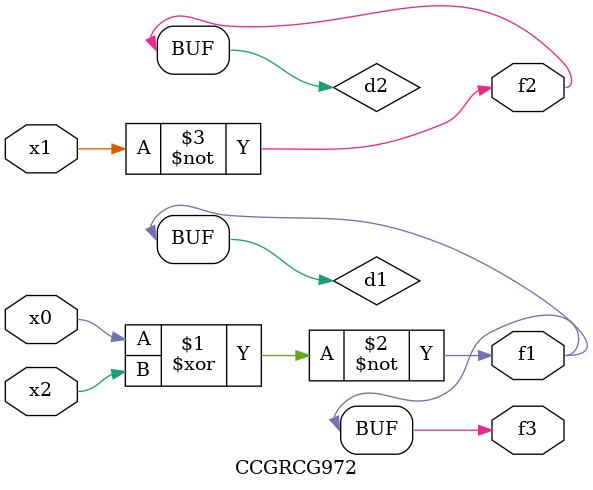
<source format=v>
module CCGRCG972(
	input x0, x1, x2,
	output f1, f2, f3
);

	wire d1, d2, d3;

	xnor (d1, x0, x2);
	nand (d2, x1);
	nor (d3, x1, x2);
	assign f1 = d1;
	assign f2 = d2;
	assign f3 = d1;
endmodule

</source>
